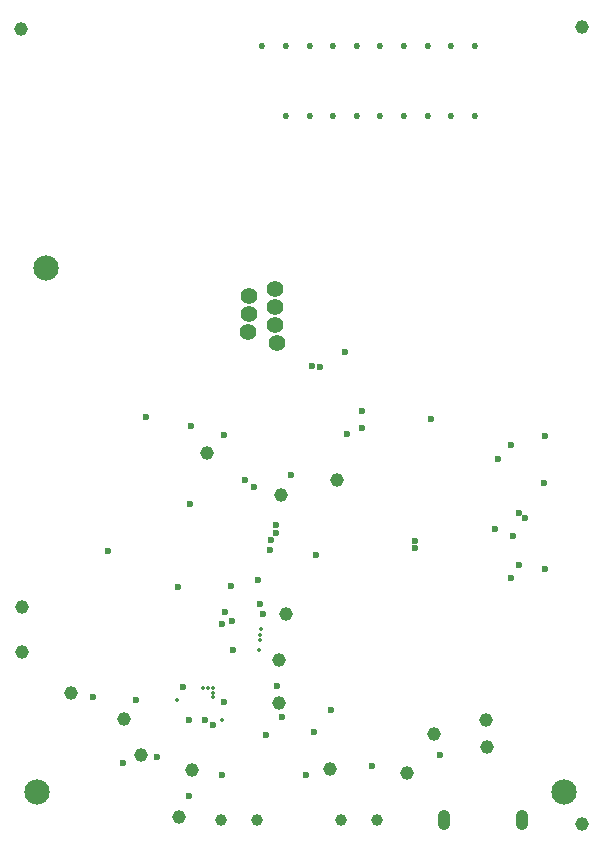
<source format=gbr>
%TF.GenerationSoftware,Altium Limited,Altium Designer,20.2.4 (192)*%
G04 Layer_Color=16711935*
%FSLAX26Y26*%
%MOIN*%
%TF.SameCoordinates,397090C4-8786-4783-B811-474920FB5975*%
%TF.FilePolarity,Negative*%
%TF.FileFunction,Soldermask,Bot*%
%TF.Part,Single*%
G01*
G75*
%TA.AperFunction,SMDPad,CuDef*%
%ADD84C,0.045276*%
%TA.AperFunction,ViaPad*%
%ADD85C,0.045276*%
%ADD86C,0.084646*%
%TA.AperFunction,ComponentPad*%
%ADD87C,0.039370*%
%ADD88O,0.041339X0.068898*%
%ADD89C,0.046063*%
%TA.AperFunction,ViaPad*%
%ADD90C,0.023622*%
%ADD91C,0.020866*%
%ADD92C,0.055906*%
%ADD93C,0.013780*%
D84*
X1605000Y305000D02*
D03*
X620000Y231000D02*
D03*
X672000Y1288000D02*
D03*
X1427000Y350000D02*
D03*
X1602000Y398000D02*
D03*
X917000Y1148000D02*
D03*
X1338000Y219000D02*
D03*
X394000Y399000D02*
D03*
X1079000Y233000D02*
D03*
X578000Y73000D02*
D03*
X909000Y595000D02*
D03*
X1103000Y1195000D02*
D03*
X910000Y453000D02*
D03*
X934000Y750000D02*
D03*
X451000Y280000D02*
D03*
X217000Y486000D02*
D03*
X1920000Y50000D02*
D03*
D85*
Y2707000D02*
D03*
X51000Y2700000D02*
D03*
D86*
X135000Y1904000D02*
D03*
X103000Y158000D02*
D03*
X1861000Y156000D02*
D03*
D87*
X1236220Y62992D02*
D03*
X1118110Y62992D02*
D03*
X717890Y63000D02*
D03*
X836000Y63000D02*
D03*
D88*
X1721166Y64000D02*
D03*
X1461323D02*
D03*
D89*
X55118Y772047D02*
D03*
Y622047D02*
D03*
D90*
X1798315Y899685D02*
D03*
X883000Y997000D02*
D03*
X880976Y964000D02*
D03*
X1084000Y429000D02*
D03*
X1027000Y358000D02*
D03*
X728000Y1346000D02*
D03*
X903000Y509000D02*
D03*
X920000Y406000D02*
D03*
X289000Y474000D02*
D03*
X610000Y397000D02*
D03*
X609000Y142000D02*
D03*
X721000Y212000D02*
D03*
X950000Y1214000D02*
D03*
X1448000Y279000D02*
D03*
X617000Y1376000D02*
D03*
X798000Y1198000D02*
D03*
X848000Y784000D02*
D03*
X574000Y839000D02*
D03*
X1033000Y947000D02*
D03*
X342000Y961000D02*
D03*
X857000Y749000D02*
D03*
X826000Y1173000D02*
D03*
X614000Y1115000D02*
D03*
X1221000Y243000D02*
D03*
X504000Y274000D02*
D03*
X999000Y213000D02*
D03*
X867000Y346000D02*
D03*
X841362Y864362D02*
D03*
X752000Y844000D02*
D03*
X902000Y1020000D02*
D03*
X467000Y1407000D02*
D03*
X1137000Y1349000D02*
D03*
X1418500Y1399500D02*
D03*
X1730685Y1070315D02*
D03*
X1132000Y1624000D02*
D03*
X1797756Y1342244D02*
D03*
X1639000Y1268000D02*
D03*
X1684000Y1313000D02*
D03*
X1365000Y969000D02*
D03*
X1794315Y1185685D02*
D03*
X1187000Y1427000D02*
D03*
X1630000Y1032000D02*
D03*
X1692000Y1011000D02*
D03*
X902000Y1046000D02*
D03*
X1365000Y994000D02*
D03*
X1685000Y871000D02*
D03*
X1187000Y1369000D02*
D03*
X1709000Y912000D02*
D03*
Y1086000D02*
D03*
X392000Y253000D02*
D03*
X757000Y630000D02*
D03*
X753000Y728000D02*
D03*
X1048000Y1572000D02*
D03*
X730000Y755000D02*
D03*
X719114Y717114D02*
D03*
X1022000Y1575000D02*
D03*
X434000Y464000D02*
D03*
X689000Y381000D02*
D03*
X727551Y456536D02*
D03*
X589000Y507000D02*
D03*
X665000Y397000D02*
D03*
D91*
X1563661Y2644449D02*
D03*
Y2408228D02*
D03*
X1484921Y2644449D02*
D03*
Y2408228D02*
D03*
X1406181Y2644449D02*
D03*
Y2408228D02*
D03*
X1327441Y2644449D02*
D03*
Y2408228D02*
D03*
X1248701Y2644449D02*
D03*
Y2408228D02*
D03*
X1169961Y2644449D02*
D03*
Y2408228D02*
D03*
X1091220Y2644449D02*
D03*
Y2408228D02*
D03*
X1012480Y2644449D02*
D03*
Y2408228D02*
D03*
X933740Y2644449D02*
D03*
Y2408228D02*
D03*
X855000Y2644441D02*
D03*
D92*
X809762Y1810191D02*
D03*
Y1750191D02*
D03*
X806112Y1690302D02*
D03*
X903302Y1651743D02*
D03*
X898238Y1711529D02*
D03*
Y1771529D02*
D03*
Y1831529D02*
D03*
D93*
X844000Y630000D02*
D03*
X851000Y699000D02*
D03*
X848000Y679000D02*
D03*
X847000Y662000D02*
D03*
X719000Y396000D02*
D03*
X572000Y464000D02*
D03*
X688819Y503780D02*
D03*
Y488031D02*
D03*
Y472284D02*
D03*
X673071Y503780D02*
D03*
X657323D02*
D03*
%TF.MD5,136483010256252c02fe172534800b0f*%
M02*

</source>
